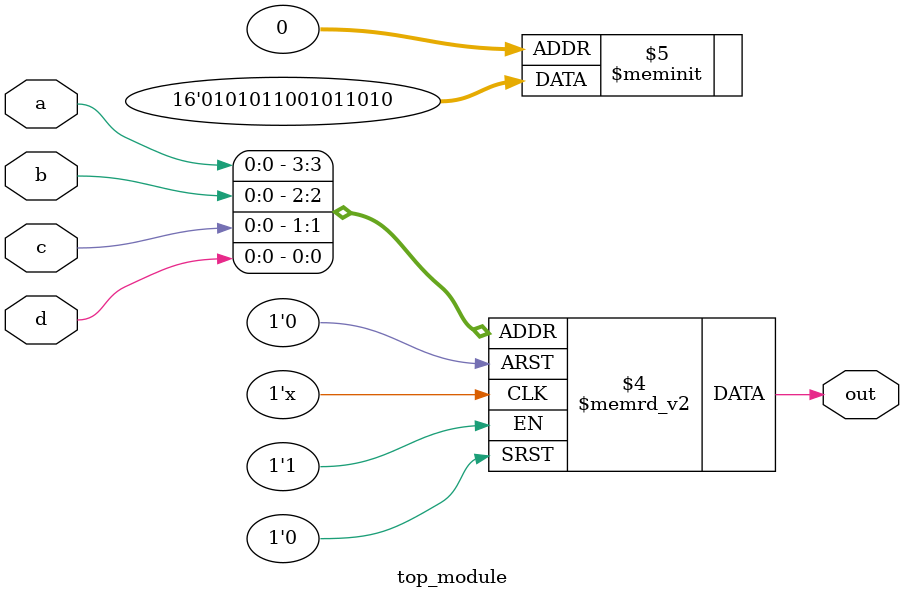
<source format=sv>
module top_module (
	input a, 
	input b,
	input c,
	input d,
	output reg out
);

always @(a or b or c or d)
  begin
    case ({a,b,c,d})
      4'b0000: out = 1'b0;
      4'b0001: out = 1'b1;
      4'b0010: out = 1'b0;
      4'b0011: out = 1'b1;
      4'b0100: out = 1'b1;
      4'b0101: out = 1'b0;
      4'b0110: out = 1'b1;
      4'b0111: out = 1'b0;
      4'b1000: out = 1'b0;
      4'b1001: out = 1'b1;
      4'b1010: out = 1'b1;
      4'b1011: out = 1'b0;
      4'b1100: out = 1'b1;
      4'b1101: out = 1'b0;
      4'b1110: out = 1'b1;
      4'b1111: out = 1'b0;   // the output value for 4'b1111 should be 0 instead of 1
      default: out = 1'b0;
    endcase
  end
  
endmodule

</source>
